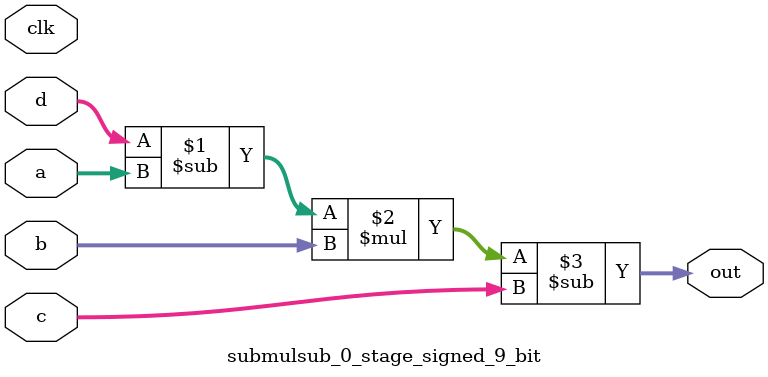
<source format=sv>
(* use_dsp = "yes" *) module submulsub_0_stage_signed_9_bit(
	input signed [8:0] a,
	input signed [8:0] b,
	input signed [8:0] c,
	input signed [8:0] d,
	output [8:0] out,
	input clk);

	assign out = ((d - a) * b) - c;
endmodule

</source>
